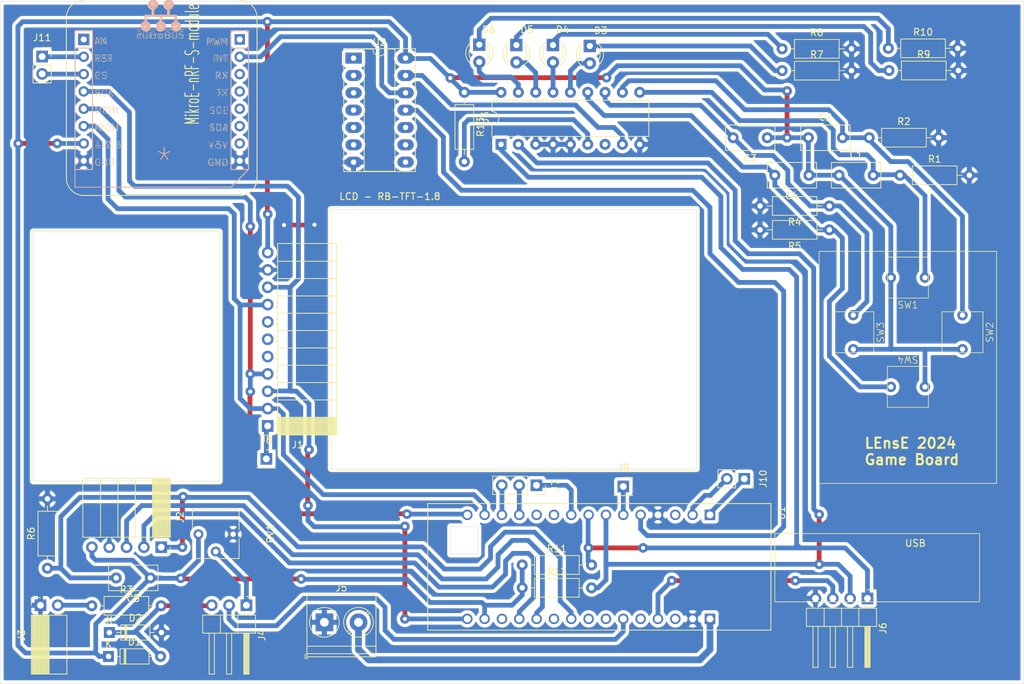
<source format=kicad_pcb>
(kicad_pcb (version 20240108) (generator "pcbnew") (generator_version "8.0")
  (layers (0 "F.Cu" signal) (31 "B.Cu" signal) (34 "B.Paste" user) (35 "F.Paste" user) (36 "B.SilkS" user "B.Silkscreen") (37 "F.SilkS" user "F.Silkscreen") (38 "B.Mask" user) (39 "F.Mask" user) (44 "Edge.Cuts" user))
  (net 0 "")
  (net 1 "GND")
  (net 2 "SW1")
  (net 3 "SW2")
  (net 4 "SW3")
  (net 5 "SW4")
  (net 6 "3.3V")
  (net 12 "nRF_INT")
  (net 13 "nRF_RS")
  (net 14 "MISO")
  (net 15 "MOSI")
  (net 16 "nRF_CS")
  (net 19 "SCK")
  (net 20 "LED1")
  (net 21 "Net-(D3-K)")
  (net 22 "LED2")
  (net 23 "Net-(D4-K)")
  (net 24 "LED3")
  (net 25 "Net-(D6-K)")
  (net 26 "LED4")
  (net 27 "LCD_DC")
  (net 28 "LCD_RES")
  (net 29 "SD_CS")
  (net 30 "LCD_CS")
  (net 31 "JOYY")
  (net 32 "JOYSW")
  (net 33 "JOYX")
  (net 34 "AN_IN")
  (net 35 "AN_OUT")
  (net 36 "POT_OUT")
  (net 37 "Net-(D5-K)")
  (net 38 "Vin")
  (net 39 "5V")
  (net 40 "SCL")
  (net 41 "SDA")
  (net 42 "Net-(U3-~{RESET})")
  (net 43 "EX_nRF_INT")
  (net 44 "EXP_INT")
  (net 46 "Net-(J3-Pin_2)")
  (net 56 "LCD_RES_t")
  (net 57 "LCD_CS_t")
  (net 58 "LCD_DC_t")
  (net 59 "SD_CS_t")
  (net 60 "nRF_CS_t")
  (net 61 "nRF_RS_t")
  (footprint "Resistor_THT:R_Axial_DIN0207_L6.3mm_D2.5mm_P10.16mm_Horizontal" (layer "F.Cu") (at 262.14 70.4)
    (property "Reference" "R10")
    (property "Value" "100")
  )
  (footprint "Connector_PinSocket_2.54mm:PinSocket_1x03_P2.54mm_Vertical" (layer "F.Cu") (at 210.575 134.425 -90)
    (property "Reference" "J7")
    (property "Value" "LCD_TEMp")
  )
  (footprint "Connector_PinHeader_2.54mm:PinHeader_1x04_P2.54mm_Horizontal" (layer "F.Cu") (at 259.08 151 -90)
    (property "Reference" "J6")
    (property "Value" "I2C_EXT")
  )
  (footprint "Potentiometer_THT:Potentiometer_Vishay_T73YP_Vertical" (layer "F.Cu") (at 161.05 141.6 -90)
    (property "Reference" "RV1")
    (property "Value" "R_10k")
  )
  (footprint "Diode_THT:D_DO-35_SOD27_P7.62mm_Horizontal" (layer "F.Cu") (at 148 156)
    (property "Reference" "D2")
    (property "Value" "D")
  )
  (footprint "Capacitor_THT:C_Rect_L7.0mm_W3.5mm_P5.00mm" (layer "F.Cu") (at 154 148 180)
    (property "Reference" "C5")
    (property "Value" "10nF")
  )
  (footprint "Capacitor_THT:C_Rect_L7.0mm_W3.5mm_P5.00mm" (layer "F.Cu") (at 250.5 89 180)
    (property "Reference" "C4")
    (property "Value" "10nF")
  )
  (footprint "Resistor_THT:R_Axial_DIN0207_L6.3mm_D2.5mm_P10.16mm_Horizontal" (layer "F.Cu") (at 246.575 70.475)
    (property "Reference" "R8")
    (property "Value" "100")
  )
  (footprint "Resistor_THT:R_Axial_DIN0207_L6.3mm_D2.5mm_P10.16mm_Horizontal" (layer "F.Cu") (at 145.42 152.08)
    (property "Reference" "R3")
    (property "Value" "1.2k")
  )
  (footprint "Package_DIP:DIP-18_W7.62mm" (layer "F.Cu") (at 205.39 84.47 90)
    (property "Reference" "U3")
    (property "Value" "MCP23008-xP")
  )
  (footprint "LEnsE_devices:Switch" (layer "F.Cu") (at 261.5 112 90)
    (property "Reference" "SW3")
    (property "Value" "SW_Push")
  )
  (footprint "Resistor_THT:R_Axial_DIN0207_L6.3mm_D2.5mm_P10.16mm_Horizontal" (layer "F.Cu") (at 208.49 149.45)
    (property "Reference" "R12")
    (property "Value" "680")
  )
  (footprint "Connector_PinSocket_2.54mm:PinSocket_1x01_P2.54mm_Vertical" (layer "F.Cu") (at 223.3 134.6)
    (property "Reference" "J9")
    (property "Value" "SD_CS_t1")
  )
  (footprint "LEnsE_devices:Switch" (layer "F.Cu") (at 277.5 112 90)
    (property "Reference" "SW2")
    (property "Value" "SW_Push")
  )
  (footprint "Resistor_THT:R_Axial_DIN0207_L6.3mm_D2.5mm_P10.16mm_Horizontal" (layer "F.Cu") (at 246.575 73.675)
    (property "Reference" "R7")
    (property "Value" "100")
  )
  (footprint "LED_THT:LED_D3.0mm_Clear" (layer "F.Cu") (at 207.635 69.92 -90)
    (property "Reference" "D5")
    (property "Value" "LED")
  )
  (footprint "Diode_THT:D_DO-35_SOD27_P7.62mm_Horizontal" (layer "F.Cu") (at 147.88 159.5)
    (property "Reference" "D1")
    (property "Value" "D")
  )
  (footprint "Connector_PinSocket_2.54mm:PinSocket_1x11_P2.54mm_Horizontal" (layer "F.Cu") (at 171.2 125.73 180)
    (property "Reference" "J1")
    (property "Value" "TFT-RB1.8")
  )
  (footprint "Connector_PinSocket_2.54mm:PinSocket_1x01_P2.54mm_Vertical" (layer "F.Cu") (at 171 130.55)
    (property "Reference" "J8")
    (property "Value" "SD_CS_t1")
  )
  (footprint "Connector_PinSocket_2.54mm:PinSocket_1x02_P2.54mm_Vertical" (layer "F.Cu") (at 241.025 133.475 -90)
    (property "Reference" "J10")
    (property "Value" "nRF_temp1")
  )
  (footprint "Resistor_THT:R_Axial_DIN0207_L6.3mm_D2.5mm_P10.16mm_Horizontal" (layer "F.Cu") (at 253.5 97 180)
    (property "Reference" "R5")
    (property "Value" "12k")
  )
  (footprint "Resistor_THT:R_Axial_DIN0207_L6.3mm_D2.5mm_P10.16mm_Horizontal" (layer "F.Cu") (at 262.24 73.65)
    (property "Reference" "R9")
    (property "Value" "100")
  )
  (footprint "Resistor_THT:R_Axial_DIN0207_L6.3mm_D2.5mm_P10.16mm_Horizontal" (layer "F.Cu") (at 208.49 146.1)
    (property "Reference" "R11")
    (property "Value" "680")
  )
  (footprint "Capacitor_THT:C_Rect_L7.0mm_W3.5mm_P5.00mm" (layer "F.Cu") (at 250.42 83.5)
    (property "Reference" "C2")
    (property "Value" "10nF")
  )
  (footprint "Connector_PinSocket_2.54mm:PinSocket_1x02_P2.54mm_Horizontal" (layer "F.Cu") (at 137.9 152 90)
    (property "Reference" "J3")
    (property "Value" "AnalogIn")
  )
  (footprint "Resistor_THT:R_Axial_DIN0207_L6.3mm_D2.5mm_P10.16mm_Horizontal" (layer "F.Cu") (at 138.92 146.58 90)
    (property "Reference" "R6")
    (property "Value" "12k")
  )
  (footprint "Resistor_THT:R_Axial_DIN0207_L6.3mm_D2.5mm_P10.16mm_Horizontal" (layer "F.Cu") (at 263.84 89)
    (property "Reference" "R1")
    (property "Value" "12k")
  )
  (footprint "Resistor_THT:R_Axial_DIN0207_L6.3mm_D2.5mm_P10.16mm_Horizontal" (layer "F.Cu") (at 253.5 93.5 180)
    (property "Reference" "R4")
    (property "Value" "12k")
  )
  (footprint "Resistor_THT:R_Axial_DIN0207_L6.3mm_D2.5mm_P10.16mm_Horizontal" (layer "F.Cu") (at 200.01 76.85 -90)
    (property "Reference" "R13")
    (property "Value" "680")
  )
  (footprint "LEnsE_devices:Switch" (layer "F.Cu") (at 265 115.5 180)
    (property "Reference" "SW4")
    (property "Value" "SW_Push")
  )
  (footprint "LED_THT:LED_D3.0mm_Clear" (layer "F.Cu") (at 202.2 69.86 -90)
    (property "Reference" "D6")
    (property "Value" "LED")
  )
  (footprint "Resistor_THT:R_Axial_DIN0207_L6.3mm_D2.5mm_P10.16mm_Horizontal" (layer "F.Cu") (at 259.34 83.5)
    (property "Reference" "R2")
    (property "Value" "12k")
  )
  (footprint "Package_DIP:DIP-14_W7.62mm_Socket_LongPads" (layer "F.Cu") (at 183.78 71.84)
    (property "Reference" "U2")
    (property "Value" "4071")
  )
  (footprint "Connector_PinSocket_2.54mm:PinSocket_1x02_P2.54mm_Vertical" (layer "F.Cu") (at 138.15 71.61)
    (property "Reference" "J11")
    (property "Value" "nRF_temp2")
  )
  (footprint "Connector_PinSocket_2.54mm:PinSocket_1x05_P2.54mm_Horizontal" (layer "F.Cu") (at 155.6 143.5 -90)
    (property "Reference" "J2")
    (property "Value" "JOYSTICK")
  )
  (footprint "LEnsE_devices:Switch" (layer "F.Cu") (at 265 108.5)
    (property "Reference" "SW1")
    (property "Value" "SW_Push")
  )
  (footprint "LED_THT:LED_D3.0mm_Clear" (layer "F.Cu") (at 213 69.92 -90)
    (property "Reference" "D4")
    (property "Value" "LED")
  )
  (footprint "TerminalBlock_Phoenix:TerminalBlock_Phoenix_PT-1,5-2-5.0-H_1x02_P5.00mm_Horizontal" (layer "F.Cu") (at 179.5 154.5)
    (property "Reference" "J5")
    (property "Value" "Conn_01x02")
  )
  (footprint "LED_THT:LED_D3.0mm_Clear" (layer "F.Cu") (at 218.4 70.06 -90)
    (property "Reference" "D3")
    (property "Value" "LED")
  )
  (footprint "Capacitor_THT:C_Rect_L7.0mm_W3.5mm_P5.00mm" (layer "F.Cu") (at 254.92 89)
    (property "Reference" "C1")
    (property "Value" "10nF")
  )
  (footprint "mikroBUS:MIKROBUS_HOST_CONN" (layer "F.Cu") (at 144.24 69.1)
    (property "Reference" "CON1" (hide yes))
    (property "Value" "MikroE-nRF-S-module")
  )
  (footprint "Connector_PinHeader_2.54mm:PinHeader_1x03_P2.54mm_Horizontal" (layer "F.Cu") (at 168.08 152 -90)
    (property "Reference" "J4")
    (property "Value" "AnalogChoice")
  )
  (footprint "Capacitor_THT:C_Rect_L7.0mm_W3.5mm_P5.00mm" (layer "F.Cu") (at 244.4 83.5 180)
    (property "Reference" "C3")
    (property "Value" "10nF")
  )
  (footprint "NUCLEO_L432KC:MODULE_NUCLEO-L432KC" (layer "F.Cu") (at 219.785 146.38 -90)
    (property "Reference" "U1")
    (property "Value" "NUCLEO-L432KC")
  )
  (gr_rect (start 245.5 141.5) (end 275.5 151.5) (stroke (width 0.1)) (fill none) (layer "F.SilkS"))
  (gr_rect (start 252 100.15) (end 278 134.15) (stroke (width 0.1)) (fill none) (layer "F.SilkS"))
  (gr_rect (start 180.15 93.65) (end 234.35 132.3) (stroke (width 0.1)) (fill none) (layer "F.SilkS"))
  (gr_rect (start 136.6 97.1) (end 164.4 134.2) (stroke (width 0.1)) (fill none) (layer "F.SilkS"))
  (gr_rect (start 132 63.5) (end 282 163.5) (stroke (width 0.05)) (fill none) (layer "Edge.Cuts"))
  (gr_rect (start 136.85 97.3) (end 164.1 133.8) (stroke (width 0.05)) (fill none) (layer "Edge.Cuts"))
  (gr_rect (start 198 140.5) (end 202 144.5) (stroke (width 0.05)) (fill none) (layer "Edge.Cuts"))
  (gr_rect (start 180.5 94) (end 234 132) (stroke (width 0.05)) (fill none) (layer "Edge.Cuts"))
  (gr_text "USB" (at 264.5 143.5 0) (layer "F.SilkS") (effects (font (size 1 1)) (justify left bottom)))
  (gr_text "LEnsE 2024\nGame Board" (at 258.5 131.55 0) (layer "F.SilkS") (effects (font (size 1.5 1.5) (thickness 0.3) (bold yes)) (justify left bottom)))
  (gr_text "LCD - RB-TFT-1.8" (at 181.6 92.7 0) (layer "F.SilkS") (effects (font (size 1 1)) (justify left bottom)))
  (segment (start 173.6 96.3) (end 178 96.3) (width 0.7) (layer "F.Cu") (net 1))
  (segment (start 178 96.3) (end 178.05 96.25) (width 0.7) (layer "F.Cu") (net 1))
  (via (at 178.05 96.25) (size 1.4) (drill 0.6) (layers "F.Cu" "B.Cu") (net 1))
  (via (at 173.6 96.3) (size 1.4) (drill 0.6) (layers "F.Cu" "B.Cu") (net 1))
  (segment (start 171.2 102.87) (end 172.68 102.87) (width 0.7) (layer "B.Cu") (net 1))
  (segment (start 178.05 89.05) (end 180.02 87.08) (width 0.7) (layer "B.Cu") (net 1))
  (segment (start 172.68 102.87) (end 173.6 101.95) (width 0.7) (layer "B.Cu") (net 1))
  (segment (start 180.02 87.08) (end 183.78 87.08) (width 0.7) (layer "B.Cu") (net 1))
  (segment (start 148.1 143.38) (end 147.98 143.5) (width 0.7) (layer "B.Cu") (net 1))
  (segment (start 173.6 101.95) (end 173.6 96.3) (width 0.7) (layer "B.Cu") (net 1))
  (segment (start 178.05 96.25) (end 178.05 89.05) (width 0.7) (layer "B.Cu") (net 1))
  (segment (start 252.7 81) (end 254.07 82.37) (width 0.7) (layer "B.Cu") (net 2))
  (segment (start 240.4 81) (end 252.7 81) (width 0.7) (layer "B.Cu") (net 2))
  (segment (start 254.07 85.07) (end 255 86) (width 0.7) (layer "B.Cu") (net 2))
  (segment (start 263.76 88.92) (end 263.84 89) (width 0.7) (layer "B.Cu") (net 2))
  (segment (start 259.84 88.92) (end 263.76 88.92) (width 0.7) (layer "B.Cu") (net 2))
  (segment (start 236.25 76.85) (end 239.28 79.88) (width 0.7) (layer "B.Cu") (net 2))
  (segment (start 239.28 79.88) (end 240.4 81) (width 0.7) (layer "B.Cu") (net 2))
  (segment (start 225.71 76.85) (end 236.25 76.85) (width 0.7) (layer "B.Cu") (net 2))
  (segment (start 255 86) (end 259 86) (width 0.7) (layer "B.Cu") (net 2))
  (segment (start 267.5 92) (end 267.5 104) (width 0.7) (layer "B.Cu") (net 2))
  (segment (start 254.07 82.37) (end 254.07 85.07) (width 0.7) (layer "B.Cu") (net 2))
  (segment (start 259 86) (end 259.92 86.92) (width 0.7) (layer "B.Cu") (net 2))
  (segment (start 263.84 89) (end 264.5 89) (width 0.7) (layer "B.Cu") (net 2))
  (segment (start 259.92 86.92) (end 259.92 89) (width 0.7) (layer "B.Cu") (net 2))
  (segment (start 264.5 89) (end 267.5 92) (width 0.7) (layer "B.Cu") (net 2))
  (segment (start 273 95) (end 273 109.5) (width 0.7) (layer "B.Cu") (net 3))
  (segment (start 223.17 76.09) (end 224.11 75.15) (width 0.7) (layer "B.Cu") (net 3))
  (segment (start 224.11 75.15) (end 236.85 75.15) (width 0.7) (layer "B.Cu") (net 3))
  (segment (start 262.5 87) (end 265 87) (width 0.7) (layer "B.Cu") (net 3))
  (segment (start 253.4 79.4) (end 255.42 81.42) (width 0.7) (layer "B.Cu") (net 3))
  (segment (start 255.42 83.5) (end 259.34 83.5) (width 0.7) (layer "B.Cu") (net 3))
  (segment (start 255.42 81.42) (end 255.42 83.5) (width 0.7) (layer "B.Cu") (net 3))
  (segment (start 223.17 76.93) (end 223.17 76.09) (width 0.7) (layer "B.Cu") (net 3))
  (segment (start 236.85 75.15) (end 241.1 79.4) (width 0.7) (layer "B.Cu") (net 3))
  (segment (start 259.34 83.5) (end 259.34 83.84) (width 0.7) (layer "B.Cu") (net 3))
  (segment (start 241.1 79.4) (end 253.4 79.4) (width 0.7) (layer "B.Cu") (net 3))
  (segment (start 265 87) (end 273 95) (width 0.7) (layer "B.Cu") (net 3))
  (segment (start 259.34 83.84) (end 262.5 87) (width 0.7) (layer "B.Cu") (net 3))
  (segment (start 253.5 93.5) (end 250.7 93.5) (width 0.7) (layer "B.Cu") (net 4))
  (segment (start 250.7 93.5) (end 247.4 90.2) (width 0.7) (layer "B.Cu") (net 4))
  (segment (start 247.4 90.2) (end 247.4 88.295406) (width 0.7) (layer "B.Cu") (net 4))
  (segment (start 245.204594 86.1) (end 242 86.1) (width 0.7) (layer "B.Cu") (net 4))
  (segment (start 220.63 76.93) (end 220.63 77.97) (width 0.7) (layer "B.Cu") (net 4))
  (segment (start 257 109.5) (end 259 107.5) (width 0.7) (layer "B.Cu") (net 4))
  (segment (start 247.4 88.295406) (end 245.204594 86.1) (width 0.7) (layer "B.Cu") (net 4))
  (segment (start 259 97.5) (end 255 93.5) (width 0.7) (layer "B.Cu") (net 4))
  (segment (start 259 107.5) (end 259 97.5) (width 0.7) (layer "B.Cu") (net 4))
  (segment (start 234.65 78.75) (end 239.4 83.5) (width 0.7) (layer "B.Cu") (net 4))
  (segment (start 220.63 77.97) (end 221.41 78.75) (width 0.7) (layer "B.Cu") (net 4))
  (segment (start 255 93.5) (end 253.5 93.5) (width 0.7) (layer "B.Cu") (net 4))
  (segment (start 221.41 78.75) (end 234.65 78.75) (width 0.7) (layer "B.Cu") (net 4))
  (segment (start 242 86.1) (end 239.4 83.5) (width 0.7) (layer "B.Cu") (net 4))
  (segment (start 218.09 76.93) (end 218.09 77.83) (width 0.7) (layer "B.Cu") (net 5))
  (segment (start 253.5 115.5) (end 253.5 107.5) (width 0.7) (layer "B.Cu") (net 5))
  (segment (start 252 97) (end 253.5 97) (width 0.7) (layer "B.Cu") (net 5))
  (segment (start 245.5 89) (end 245.5 90.5) (width 0.7) (layer "B.Cu") (net 5))
  (segment (start 233.25 80.25) (end 240.8 87.8) (width 0.7) (layer "B.Cu") (net 5))
  (segment (start 254.2 97) (end 253.5 97) (width 0.7) (layer "B.Cu") (net 5))
  (segment (start 255.4 105.6) (end 255.4 98.2) (width 0.7) (layer "B.Cu") (net 5))
  (segment (start 245.5 90.5) (end 252 97) (width 0.7) (layer "B.Cu") (net 5))
  (segment (start 253.5 107.5) (end 255.4 105.6) (width 0.7) (layer "B.Cu") (net 5))
  (segment (start 258 120) (end 253.5 115.5) (width 0.7) (layer "B.Cu") (net 5))
  (segment (start 218.09 77.83) (end 220.51 80.25) (width 0.7) (layer "B.Cu") (net 5))
  (segment (start 255.4 98.2) (end 254.2 97) (width 0.7) (layer "B.Cu") (net 5))
  (segment (start 244.3 87.8) (end 245.5 89) (width 0.7) (layer "B.Cu") (net 5))
  (segment (start 240.8 87.8) (end 244.3 87.8) (width 0.7) (layer "B.Cu") (net 5))
  (segment (start 262.5 120) (end 258 120) (width 0.7) (layer "B.Cu") (net 5))
  (segment (start 220.51 80.25) (end 233.25 80.25) (width 0.7) (layer "B.Cu") (net 5))
  (segment (start 171.15 94.65) (end 171.15 66.5) (width 0.7) (layer "F.Cu") (net 6))
  (segment (start 220.85 74.7) (end 198 74.7) (width 0.7) (layer "F.Cu") (net 6))
  (segment (start 247.3 76.65) (end 247.3 83.5) (width 0.7) (layer "F.Cu") (net 6))
  (segment (start 198 74.7) (end 197.95 74.75) (width 0.7) (layer "F.Cu") (net 6))
  (segment (start 134.64 84.34) (end 140.35 84.34) (width 0.7) (layer "F.Cu") (net 6))
  (segment (start 158.55 148.15) (end 158.45 148.05) (width 0.7) (layer "F.Cu") (net 6))
  (segment (start 176.1 148.15) (end 158.55 148.15) (width 0.7) (layer "F.Cu") (net 6))
  (segment (start 171.2 94.7) (end 171.15 94.65) (width 0.7) (layer "F.Cu") (net 6))
  (via (at 220.85 74.7) (size 1.4) (drill 0.6) (layers "F.Cu" "B.Cu") (net 6))
  (via (at 158.45 148.05) (size 1.4) (drill 0.6) (layers "F.Cu" "B.Cu") (net 6))
  (via (at 171.2 94.7) (size 1.4) (drill 0.6) (layers "F.Cu" "B.Cu") (net 6))
  (via (at 247.3 83.5) (size 1.4) (drill 0.6) (layers "F.Cu" "B.Cu") (net 6))
  (via (at 140.35 84.34) (size 1.4) (drill 0.6) (layers "F.Cu" "B.Cu") (net 6))
  (via (at 171.15 66.5) (size 1.4) (drill 0.6) (layers "F.Cu" "B.Cu") (net 6))
  (via (at 176.1 148.15) (size 1.4) (drill 0.6) (layers "F.Cu" "B.Cu") (net 6))
  (via (at 247.3 76.65) (size 1.4) (drill 0.6) (layers "F.Cu" "B.Cu") (net 6))
  (via (at 134.64 84.34) (size 1.4) (drill 0.6) (layers "F.Cu" "B.Cu") (net 6))
  (via (at 197.95 74.75) (size 1.4) (drill 0.6) (layers "F.Cu" "B.Cu") (net 6))
  (segment (start 191.46 71.9) (end 195.05 71.9) (width 0.7) (layer "B.Cu") (net 6))
  (segment (start 208.49 149.45) (end 208.49 146.2) (width 0.7) (layer "B.Cu") (net 6))
  (segment (start 208.49 150.51) (end 208.49 149.45) (width 0.7) (layer "B.Cu") (net 6))
  (segment (start 262.5 96.5) (end 262.5 104) (width 0.7) (layer "B.Cu") (net 6))
  (segment (start 250.42 83.5) (end 244.4 83.5) (width 0.7) (layer "B.Cu") (net 6))
  (segment (start 171.2 94.7) (end 171.2 100.33) (width 0.7) (layer "B.Cu") (net 6))
  (segment (start 262.5 114.4) (end 262.5 104) (width 0.7) (layer "B.Cu") (net 6))
  (segment (start 135.3 66.5) (end 189 66.5) (width 0.7) (layer "B.Cu") (net 6))
  (segment (start 202.98 154) (end 202.98 152) (width 0.7) (layer "B.Cu") (net 6))
  (segment (start 202.98 152) (end 202.58 151.6) (width 0.7) (layer "B.Cu") (net 6))
  (segment (start 146 154.75) (end 147.25 153.5) (width 0.7) (layer "B.Cu") (net 6))
  (segment (start 247.3 76.65) (end 247.15 76.5) (width 0.7) (layer "B.Cu") (net 6))
  (segment (start 147.88 159.5) (end 146.5 159.5) (width 0.7) (layer "B.Cu") (net 6))
  (segment (start 202.58 151.6) (end 195 151.6) (width 0.7) (layer "B.Cu") (net 6))
  (segment (start 222.45 72.95) (end 220.75 74.65) (width 0.7) (layer "B.Cu") (net 6))
  (segment (start 220.8 74.65) (end 220.85 74.7) (width 0.7) (layer "B.Cu") (net 6))
  (segment (start 189 66.5) (end 191.4 68.9) (width 0.7) (layer "B.Cu") (net 6))
  (segment (start 195.05 71.9) (end 200 76.85) (width 0.7) (layer "B.Cu") (net 6))
  (segment (start 244 76.5) (end 240.45 72.95) (width 0.7) (layer "B.Cu") (net 6))
  (segment (start 207 152) (end 208.49 150.51) (width 0.7) (layer "B.Cu") (net 6))
  (segment (start 134.6 67.2) (end 135.3 66.5) (width 0.7) (layer "B.Cu") (net 6))
  (segment (start 151.4 145.4) (end 146 145.4) (width 0.7) (layer "B.Cu") (net 6))
  (segment (start 134.6 84.3) (end 134.6 67.2) (width 0.7) (layer "B.Cu") (net 6))
  (segment (start 195 151.6) (end 191.6 148.2) (width 0.7) (layer "B.Cu") (net 6))
  (segment (start 267.5 120) (end 267.5 114.5) (width 0.7) (layer "B.Cu") (net 6))
  (segment (start 250.42 88.92) (end 250.5 89) (width 0.7) (layer "B.Cu") (net 6))
  (segment (start 254.92 88.92) (end 262.5 96.5) (width 0.7) (layer "B.Cu") (net 6))
  (segment (start 154 148) (end 155.6 148) (width 0.7) (layer "B.Cu") (net 6))
  (segment (start 154.05 148.05) (end 154 148) (width 0.7) (layer "B.Cu") (net 6))
  (segment (start 140.35 84.34) (end 144.24 84.34) (width 0.7) (layer "B.Cu") (net 6))
  (segment (start 202.98 152) (end 207 152) (width 0.7) (layer "B.Cu") (net 6))
  (segment (start 191.4 68.9) (end 191.4 71.84) (width 0.7) (layer "B.Cu") (net 6))
  (segment (start 240.45 72.95) (end 222.45 72.95) (width 0.7) (layer "B.Cu") (net 6))
  (segment (start 148.5 153.5) (end 154 148) (width 0.7) (layer "B.Cu") (net 6))
  (segment (start 250.42 83.5) (end 250.42 88.92) (width 0.7) (layer "B.Cu") (net 6))
  (segment (start 158.45 148.05) (end 161.05 145.45) (width 0.7) (layer "B.Cu") (net 6))
  (segment (start 146.5 159.5) (end 146 159) (width 0.7) (layer "B.Cu") (net 6))
  (segment (start 250.5 89) (end 254.92 89) (width 0.7) (layer "B.Cu") (net 6))
  (segment (start 158.45 148.05) (end 154.05 148.05) (width 0.7) (layer "B.Cu") (net 6))
  (segment (start 262.6 114.5) (end 262.5 114.4) (width 0.7) (layer "B.Cu") (net 6))
  (segment (start 247.15 76.5) (end 244 76.5) (width 0.7) (layer "B.Cu") (net 6))
  (segment (start 191.6 148.2) (end 176.05 148.2) (width 0.7) (layer "B.Cu") (net 6))
  (segment (start 154 148) (end 151.4 145.4) (width 0.7) (layer "B.Cu") (net 6))
  (segment (start 146 159) (end 146 154.75) (width 0.7) (layer "B.Cu") (net 6))
  (segment (start 134.64 84.34) (end 134.6 84.3) (width 0.7) (layer "B.Cu") (net 6))
  (segment (start 176.05 148.2) (end 176.1 148.15) (width 0.7) (layer "B.Cu") (net 6))
  (segment (start 147.25 153.5) (end 148.5 153.5) (width 0.7) (layer "B.Cu") (net 6))
  (segment (start 145.44 144.84) (end 145.44 143.5) (width 0.7) (layer "B.Cu") (net 6))
  (segment (start 146 159) (end 135.7 159) (width 0.7) (layer "B.Cu") (net 6))
  (segment (start 191.4 71.84) (end 191.46 71.9) (width 0.7) (layer "B.Cu") (net 6))
  (segment (start 267.5 114.5) (end 262.6 114.5) (width 0.7) (layer "B.Cu") (net 6))
  (segment (start 257 114.5) (end 262.6 114.5) (width 0.7) (layer "B.Cu") (net 6))
  (segment (start 135.7 159) (end 134.6 157.9) (width 0.7) (layer "B.Cu") (net 6))
  (segment (start 134.6 157.9) (end 134.6 84.3) (width 0.7) (layer "B.Cu") (net 6))
  (segment (start 161.05 145.45) (end 161.05 141.6) (width 0.7) (layer "B.Cu") (net 6))
  (segment (start 267.5 114.5) (end 273 114.5) (width 0.7) (layer "B.Cu") (net 6))
  (segment (start 200.01 76.85) (end 205.39 76.85) (width 0.7) (layer "B.Cu") (net 6))
  (segment (start 220.75 74.65) (end 220.8 74.65) (width 0.7) (layer "B.Cu") (net 6))
  (segment (start 146 145.4) (end 145.44 144.84) (width 0.7) (layer "B.Cu") (net 6))
  (segment (start 200 76.85) (end 200.01 76.85) (width 0.7) (layer "B.Cu") (net 6))
  (segment (start 189.02 76.92) (end 191.4 76.92) (width 0.7) (layer "B.Cu") (net 12))
  (segment (start 170.16 71.64) (end 173.1 68.7) (width 0.7) (layer "B.Cu") (net 12))
  (segment (start 186.6 68.7) (end 187.9 70) (width 0.7) (layer "B.Cu") (net 12))
  (segment (start 173.1 68.7) (end 186.6 68.7) (width 0.7) (layer "B.Cu") (net 12))
  (segment (start 167.1 71.64) (end 170.16 71.64) (width 0.7) (layer "B.Cu") (net 12))
  (segment (start 187.9 70) (end 187.9 75.8) (width 0.7) (layer "B.Cu") (net 12))
  (segment (start 187.9 75.8) (end 189.02 76.92) (width 0.7) (layer "B.Cu") (net 12))
  (segment (start 144.24 71.64) (end 138.18 71.64) (width 0.7) (layer "B.Cu") (net 13))
  (segment (start 138.18 71.64) (end 138.15 71.61) (width 0.7) (layer "B.Cu") (net 13))
  (segment (start 191.55 138.6) (end 175.1 138.6) (width 0.7) (layer "F.Cu") (net 14))
  (segment (start 191.6 138.65) (end 191.55 138.6) (width 0.7) (layer "F.Cu") (net 14))
  (segment (start 168.6 132.1) (end 168.6 120.75) (width 0.7) (layer "F.Cu") (net 14))
  (segment (start 175.1 138.6) (end 168.6 132.1) (width 0.7) (layer "F.Cu") (net 14))
  (segment (start 168.65 118.11) (end 168.65 96.5) (width 0.7) (layer "F.Cu") (net 14))
  (segment (start 168.6 120.75) (end 168.65 120.7) (width 0.7) (layer "F.Cu") (net 14))
  (via (at 168.65 118.11) (size 1.4) (drill 0.6) (layers "F.Cu" "B.Cu") (net 14))
  (via (at 191.6 138.65) (size 1.4) (drill 0.6) (layers "F.Cu" "B.Cu") (net 14))
  (via (at 168.65 96.5) (size 1.4) (drill 0.6) (layers "F.Cu" "B.Cu") (net 14))
  (via (at 168.65 120.7) (size 1.4) (drill 0.6) (layers "F.Cu" "B.Cu") (net 14))
  (segment (start 144.24 79.26) (end 146.56 79.26) (width 0.7) (layer "B.Cu") (net 14))
  (segment (start 149.4 91.25) (end 150.35 92.2) (width 0.7) (layer "B.Cu") (net 14))
  (segment (start 200.33 138.65) (end 200.44 138.76) (width 0.7) (layer "B.Cu") (net 14))
  (segment (start 168.65 120.7) (end 168.65 118.11) (width 0.7) (layer "B.Cu") (net 14))
  (segment (start 168.65 92.95) (end 168.65 96.5) (width 0.7) (layer "B.Cu") (net 14))
  (segment (start 191.6 138.65) (end 200.33 138.65) (width 0.7) (layer "B.Cu") (net 14))
  (segment (start 150.35 92.2) (end 167.9 92.2) (width 0.7) (layer "B.Cu") (net 14))
  (segment (start 167.9 92.2) (end 168.65 92.95) (width 0.7) (layer "B.Cu") (net 14))
  (segment (start 146.56 79.26) (end 149.4 82.1) (width 0.7) (layer "B.Cu") (net 14))
  (segment (start 168.65 118.11) (end 171.2 118.11) (width 0.7) (layer "B.Cu") (net 14))
  (segment (start 149.4 82.1) (end 149.4 91.25) (width 0.7) (layer "B.Cu") (net 14))
  (segment (start 173.5 124.01) (end 173.5 129.95) (width 0.7) (layer "B.Cu") (net 15))
  (segment (start 173.5 129.95) (end 179.35 135.8) (width 0.7) (layer "B.Cu") (net 15))
  (segment (start 147.8 83.7) (end 147.8 92.5) (width 0.7) (layer "B.Cu") (net 15))
  (segment (start 202.98 137.38) (end 202.98 138.76) (width 0.7) (layer "B.Cu") (net 15))
  (segment (start 167.2 108) (end 167.15 107.95) (width 0.7) (layer "B.Cu") (net 15))
  (segment (start 201.4 135.8) (end 202.98 137.38) (width 0.7) (layer "B.Cu") (net 15))
  (segment (start 168.64 123.19) (end 171.2 123.19) (width 0.7) (layer "B.Cu") (net 15))
  (segment (start 165.5 93.9) (end 166.3 94.7) (width 0.7) (layer "B.Cu") (net 15))
  (segment (start 166.3 94.7) (end 166.3 107.1) (width 0.7) (layer "B.Cu") (net 15))
  (segment (start 166.3 107.1) (end 167.15 107.95) (width 0.7) (layer "B.Cu") (net 15))
  (segment (start 147.8 92.5) (end 149.2 93.9) (width 0.7) (layer "B.Cu") (net 15))
  (segment (start 167.15 121.7) (end 168.64 123.19) (width 0.7) (layer "B.Cu") (net 15))
  (segment (start 179.35 135.8) (end 201.4 135.8) (width 0.7) (layer "B.Cu") (net 15))
  (segment (start 172.68 123.19) (end 173.5 124.01) (width 0.7) (layer "B.Cu") (net 15))
  (segment (start 149.2 93.9) (end 165.5 93.9) (width 0.7) (layer "B.Cu") (net 15))
  (segment (start 167.15 107.95) (end 167.15 121.7) (width 0.7) (layer "B.Cu") (net 15))
  (segment (start 144.24 81.8) (end 145.9 81.8) (width 0.7) (layer "B.Cu") (net 15))
  (segment (start 171.2 107.95) (end 171.15 108) (width 0.7) (layer "B.Cu") (net 15))
  (segment (start 145.9 81.8) (end 147.8 83.7) (width 0.7) (layer "B.Cu") (net 15))
  (segment (start 171.2 123.19) (end 172.68 123.19) (width 0.7) (layer "B.Cu") (net 15))
  (segment (start 171.15 108) (end 167.2 108) (width 0.7) (layer "B.Cu") (net 15))
  (segment (start 138.18 74.18) (end 138.15 74.15) (width 0.7) (layer "B.Cu") (net 16))
  (segment (start 144.24 74.18) (end 138.18 74.18) (width 0.7) (layer "B.Cu") (net 16))
  (segment (start 177.05 137.35) (end 177.1 137.4) (width 0.7) (layer "F.Cu") (net 19))
  (segment (start 191.3 154) (end 191.3 140.45) (width 0.7) (layer "F.Cu") (net 19))
  (segment (start 177.05 129.4) (end 177.05 137.35) (width 0.7) (layer "F.Cu") (net 19))
  (segment (start 177.25 129.2) (end 177.05 129.4) (width 0.7) (layer "F.Cu") (net 19))
  (via (at 177.1 137.4) (size 1.4) (drill 0.6) (layers "F.Cu" "B.Cu") (net 19))
  (via (at 191.3 140.45) (size 1.4) (drill 0.6) (layers "F.Cu" "B.Cu") (net 19))
  (via (at 191.3 154) (size 1.4) (drill 0.6) (layers "F.Cu" "B.Cu") (net 19))
  (via (at 177.25 129.2) (size 1.4) (drill 0.6) (layers "F.Cu" "B.Cu") (net 19))
  (segment (start 177.25 122.5) (end 175.39 120.64) (width 0.7) (layer "B.Cu") (net 19))
  (segment (start 175.39 120.64) (end 174.49 120.64) (width 0.7) (layer "B.Cu") (net 19))
  (segment (start 171.25 120.6) (end 171.2 120.65) (width 0.7) (layer "B.Cu") (net 19))
  (segment (start 151.7 90.6) (end 174.1 90.6) (width 0.7) (layer "B.Cu") (net 19))
  (segment (start 177.25 129.2) (end 177.25 122.5) (width 0.7) (layer "B.Cu") (net 19))
  (segment (start 174.45 120.6) (end 171.25 120.6) (width 0.7) (layer "B.Cu") (net 19))
  (segment (start 174.49 105.41) (end 171.2 105.41) (width 0.7) (layer "B.Cu") (net 19))
  (segment (start 175.7 104.2) (end 174.49 105.41) (width 0.7) (layer "B.Cu") (net 19))
  (segment (start 175.7 92.2) (end 175.7 104.2) (width 0.7) (layer "B.Cu") (net 19))
  (segment (start 191.25 140.5) (end 191.3 140.45) (width 0.7) (layer "B.Cu") (net 19))
  (segment (start 174.1 90.6) (end 175.7 92.2) (width 0.7) (layer "B.Cu") (net 19))
  (segment (start 177.1 139.6) (end 178 140.5) (width 0.7) (layer "B.Cu") (net 19))
  (segment (start 174.49 120.64) (end 174.45 120.6) (width 0.7) (layer "B.Cu") (net 19))
  (segment (start 147.87 76.72) (end 150.95 79.8) (width 0.7) (layer "B.Cu") (net 19))
  (segment (start 178 140.5) (end 191.25 140.5) (width 0.7) (layer "B.Cu") (net 19))
  (segment (start 150.95 89.85) (end 151.7 90.6) (width 0.7) (layer "B.Cu") (net 19))
  (segment (start 144.24 76.72) (end 147.87 76.72) (width 0.7) (layer "B.Cu") (net 19))
  (segment (start 200.44 154) (end 191.3 154) (width 0.7) (layer "B.Cu") (net 19))
  (segment (start 150.95 79.8) (end 150.95 89.85) (width 0.7) (layer "B.Cu") (net 19))
  (segment (start 174.49 105.41) (end 174.49 120.64) (width 0.7) (layer "B.Cu") (net 19))
  (segment (start 177.1 137.4) (end 177.1 139.6) (width 0.7) (layer "B.Cu") (net 19))
  (segment (start 216.65 72.6) (end 218.4 72.6) (width 0.7) (layer "B.Cu") (net 20))
  (segment (start 215.55 76.85) (end 215.55 73.7) (width 0.7) (layer "B.Cu") (net 20))
  (segment (start 215.55 73.7) (end 216.65 72.6) (width 0.7) (layer "B.Cu") (net 20))
  (segment (start 218.4 70.06) (end 241.91 70.06) (width 0.7) (layer "B.Cu") (net 21))
  (segment (start 241.91 70.06) (end 245.525 73.675) (width 0.7) (layer "B.Cu") (net 21))
  (segment (start 245.525 73.675) (end 246.575 73.675) (width 0.7) (layer "B.Cu") (net 21))
  (segment (start 213.01 72.47) (end 213 72.46) (width 0.7) (layer "B.Cu") (net 22))
  (segment (start 213.01 76.85) (end 213.01 72.47) (width 0.7) (layer "B.Cu") (net 22))
  (segment (start 213 69.4) (end 214.05 68.35) (width 0.7) (layer "B.Cu") (net 23))
  (segment (start 246.575 70.425) (end 246.575 70.475) (width 0.7) (layer "B.Cu") (net 23))
  (segment (start 244.5 68.35) (end 246.575 70.425) (width 0.7) (layer "B.Cu") (net 23))
  (segment (start 214.05 68.35) (end 244.5 68.35) (width 0.7) (layer "B.Cu") (net 23))
  (segment (start 210.47 73.97) (end 210.47 76.85) (width 0.7) (layer "B.Cu") (net 24))
  (segment (start 208.96 72.46) (end 210.47 73.97) (width 0.7) (layer "B.Cu") (net 24))
  (segment (start 207.635 72.46) (end 208.96 72.46) (width 0.7) (layer "B.Cu") (net 24))
  (segment (start 203.9 66) (end 202.2 67.7) (width 0.7) (layer "B.Cu") (net 25))
  (segment (start 260.6 66) (end 203.9 66) (width 0.7) (layer "B.Cu") (net 25))
  (segment (start 262.14 67.54) (end 260.6 66) (width 0.7) (layer "B.Cu") (net 25))
  (segment (start 262.14 70.4) (end 262.14 67.54) (width 0.7) (layer "B.Cu") (net 25))
  (segment (start 202.2 67.7) (end 202.2 69.86) (width 0.7) (layer "B.Cu") (net 25))
  (segment (start 202.2 73.85) (end 202.95 74.6) (width 0.7) (layer "B.Cu") (net 26))
  (segment (start 206.85 74.6) (end 207.93 75.68) (width 0.7) (layer "B.Cu") (net 26))
  (segment (start 202.95 74.6) (end 206.85 74.6) (width 0.7) (layer "B.Cu") (net 26))
  (segment (start 202.2 72.4) (end 202.2 73.85) (width 0.7) (layer "B.Cu") (net 26))
  (segment (start 207.93 75.68) (end 207.93 76.85) (width 0.7) (layer "B.Cu") (net 26))
  (segment (start 171 125.93) (end 171.2 125.73) (width 0.7) (layer "B.Cu") (net 29))
  (segment (start 171 130.55) (end 171 125.93) (width 0.7) (layer "B.Cu") (net 29))
  (segment (start 154.8 138.6) (end 153.06 140.34) (width 0.7) (layer "B.Cu") (net 31))
  (segment (start 208.06 152.94) (end 210.15 150.85) (width 0.7) (layer "B.Cu") (net 31))
  (segment (start 206.05 145.5) (end 206.05 147.45) (width 0.7) (layer "B.Cu") (net 31))
  (segment (start 174.4 145.8) (end 167.2 138.6) (width 0.7) (layer "B.Cu") (net 31))
  (segment (start 210.15 145.15) (end 209.4 144.4) (width 0.7) (layer "B.Cu") (net 31))
  (segment (start 204.15 149.35) (end 196.3 149.35) (width 0.7) (layer "B.Cu") (net 31))
  (segment (start 207.15 144.4) (end 206.05 145.5) (width 0.7) (layer "B.Cu") (net 31))
  (segment (start 210.15 150.85) (end 210.15 145.15) (width 0.7) (layer "B.Cu") (net 31))
  (segment (start 206.05 147.45) (end 204.15 149.35) (width 0.7) (layer "B.Cu") (net 31))
  (segment (start 208.06 154) (end 208.06 152.94) (width 0.7) (layer "B.Cu") (net 31))
  (segment (start 196.3 149.35) (end 192.75 145.8) (width 0.7) (layer "B.Cu") (net 31))
  (segment (start 209.4 144.4) (end 207.15 144.4) (width 0.7) (layer "B.Cu") (net 31))
  (segment (start 167.2 138.6) (end 154.8 138.6) (width 0.7) (layer "B.Cu") (net 31))
  (segment (start 153.06 143.5) (end 153.06 140.34) (width 0.7) (layer "B.Cu") (net 31))
  (segment (start 192.75 145.8) (end 174.4 145.8) (width 0.7) (layer "B.Cu") (net 31))
  (segment (start 158.7 136.2) (end 158.8 136.1) (width 0.7) (layer "F.Cu") (net 32))
  (segment (start 158.7 143.5) (end 158.7 136.2) (width 0.7) (layer "F.Cu") (net 32))
  (via (at 158.7 143.5) (size 1.4) (drill 0.6) (layers "F.Cu" "B.Cu") (net 32))
  (via (at 158.8 136.1) (size 1.4) (drill 0.6) (layers "F.Cu" "B.Cu") (net 32))
  (via (at 158.7 143.5) (size 1.4) (drill 0.6) (layers "F.Cu" "B.Cu") (net 32))
  (segment (start 138.92 146.58) (end 140.8 146.58) (width 0.7) (layer "B.Cu") (net 32))
  (segment (start 203.85 143.4) (end 203.85 145.15) (width 0.7) (layer "B.Cu") (net 32))
  (segment (start 197.1 146.7) (end 193.85 143.45) (width 0.7) (layer "B.Cu") (net 32))
  (segment (start 215.68 153.03) (end 214.05 151.4) (width 0.7) (layer "B.Cu") (net 32))
  (segment (start 205.95 141.3) (end 203.85 143.4) (width 0.7) (layer "B.Cu") (net 32))
  (segment (start 210.3 141.3) (end 205.95 141.3) (width 0.7) (layer "B.Cu") (net 32))
  (segment (start 193.85 143.45) (end 175.6 143.45) (width 0.7) (layer "B.Cu") (net 32))
  (segment (start 155.6 143.5) (end 158.6 143.5) (width 0.7) (layer "B.Cu") (net 32))
  (segment (start 175.6 143.45) (end 168.35 136.2) (width 0.7) (layer "B.Cu") (net 32))
  (segment (start 215.68 154) (end 215.68 153.03) (width 0.7) (layer "B.Cu") (net 32))
  (segment (start 143.7 136.2) (end 140.88 139.02) (width 0.7) (layer "B.Cu") (net 32))
  (segment (start 140.88 146.58) (end 140.8 146.58) (width 0.7) (layer "B.Cu") (net 32))
  (segment (start 214.05 145.05) (end 210.3 141.3) (width 0.7) (layer "B.Cu") (net 32))
  (segment (start 158.6 143.5) (end 158.7 143.5) (width 0.7) (layer "B.Cu") (net 32))
  (segment (start 142.3 148) (end 140.88 146.58) (width 0.7) (layer "B.Cu") (net 32))
  (segment (start 140.88 139.02) (end 140.88 146.58) (width 0.7) (layer "B.Cu") (net 32))
  (segment (start 168.35 136.2) (end 143.7 136.2) (width 0.7) (layer "B.Cu") (net 32))
  (segment (start 202.3 146.7) (end 197.1 146.7) (width 0.7) (layer "B.Cu") (net 32))
  (segment (start 149 148) (end 142.3 148) (width 0.7) (layer "B.Cu") (net 32))
  (segment (start 203.85 145.15) (end 202.3 146.7) (width 0.7) (layer "B.Cu") (net 32))
  (segment (start 214.05 151.4) (end 214.05 145.05) (width 0.7) (layer "B.Cu") (net 32))
  (segment (start 204.95 144.6) (end 204.95 146.4) (width 0.7) (layer "B.Cu") (net 33))
  (segment (start 209.35 142.5) (end 207.05 142.5) (width 0.7) (layer "B.Cu") (net 33))
  (segment (start 211.45 144.6) (end 209.35 142.5) (width 0.7) (layer "B.Cu") (net 33))
  (segment (start 204.95 146.4) (end 203.2 148.15) (width 0.7) (layer "B.Cu") (net 33))
  (segment (start 150.52 139.63) (end 150.52 143.5) (width 0.7) (layer "B.Cu") (net 33))
  (segment (start 210.6 153.1) (end 211.45 152.25) (width 0.7) (layer "B.Cu") (net 33))
  (segment (start 207.05 142.5) (end 204.95 144.6) (width 0.7) (layer "B.Cu") (net 33))
  (segment (start 211.45 152.25) (end 211.45 144.6) (width 0.7) (layer "B.Cu") (net 33))
  (segment (start 210.6 154) (end 210.6 153.1) (width 0.7) (layer "B.Cu") (net 33))
  (segment (start 174.85 144.6) (end 167.65 137.4) (width 0.7) (layer "B.Cu") (net 33))
  (segment (start 193.2 144.6) (end 174.85 144.6) (width 0.7) (layer "B.Cu") (net 33))
  (segment (start 167.65 137.4) (end 152.75 137.4) (width 0.7) (layer "B.Cu") (net 33))
  (segment (start 152.75 137.4) (end 150.52 139.63) (width 0.7) (layer "B.Cu") (net 33))
  (segment (start 196.75 148.15) (end 193.2 144.6) (width 0.7) (layer "B.Cu") (net 33))
  (segment (start 203.2 148.15) (end 196.75 148.15) (width 0.7) (layer "B.Cu") (net 33))
  (segment (start 155.58 152.08) (end 162.92 152.08) (width 0.7) (layer "F.Cu") (net 34))
  (segment (start 148 156) (end 151.66 156) (width 0.7) (layer "B.Cu") (net 34))
  (segment (start 151.66 156) (end 152 156) (width 0.7) (layer "B.Cu") (net 34))
  (segment (start 152 156) (end 155.5 159.5) (width 0.7) (layer "B.Cu") (net 34))
  (segment (start 162.92 152.08) (end 163 152) (width 0.7) (layer "B.Cu") (net 34))
  (segment (start 151.66 156) (end 155.58 152.08) (width 0.7) (layer "B.Cu") (net 34))
  (segment (start 165.54 154.04) (end 166.5 155) (width 0.7) (layer "B.Cu") (net 35))
  (segment (start 176.5 151) (end 187.1 151) (width 0.7) (layer "B.Cu") (net 35))
  (segment (start 166.5 155) (end 172.5 155) (width 0.7) (layer "B.Cu") (net 35))
  (segment (start 188.4 152.3) (end 188.4 155.7) (width 0.7) (layer "B.Cu") (net 35))
  (segment (start 222.15 157) (end 223.3 155.85) (width 0.7) (layer "B.Cu") (net 35))
  (segment (start 188.4 155.7) (end 189.7 157) (width 0.7) (layer "B.Cu") (net 35))
  (segment (start 165.54 152) (end 165.54 154.04) (width 0.7) (layer "B.Cu") (net 35))
  (segment (start 223.3 155.85) (end 223.3 154) (width 0.7) (layer "B.Cu") (net 35))
  (segment (start 172.5 155) (end 176.5 151) (width 0.7) (layer "B.Cu") (net 35))
  (segment (start 189.7 157) (end 222.15 157) (width 0.7) (layer "B.Cu") (net 35))
  (segment (start 187.1 151) (end 188.4 152.3) (width 0.7) (layer "B.Cu") (net 35))
  (segment (start 163.59 144.14) (end 168.08 148.63) (width 0.7) (layer "B.Cu") (net 36))
  (segment (start 168.08 148.63) (end 168.08 152) (width 0.7) (layer "B.Cu") (net 36))
  (segment (start 259.55 68.2) (end 259.55 72.5) (width 0.7) (layer "B.Cu") (net 37))
  (segment (start 258.55 67.2) (end 259.55 68.2) (width 0.7) (layer "B.Cu") (net 37))
  (segment (start 207.635 69.92) (end 207.635 68.765) (width 0.7) (layer "B.Cu") (net 37))
  (segment (start 209.2 67.2) (end 258.55 67.2) (width 0.7) (layer "B.Cu") (net 37))
  (segment (start 207.635 68.765) (end 209.2 67.2) (width 0.7) (layer "B.Cu") (net 37))
  (segment (start 260.7 73.65) (end 262.24 73.65) (width 0.7) (layer "B.Cu") (net 37))
  (segment (start 259.55 72.5) (end 260.7 73.65) (width 0.7) (layer "B.Cu") (net 37))
  (segment (start 184.5 158.5) (end 186 160) (width 1) (layer "B.Cu") (net 38))
  (segment (start 184.5 154.5) (end 184.5 158.5) (width 1) (layer "B.Cu") (net 38))
  (segment (start 186 160) (end 234.5 160) (width 1) (layer "B.Cu") (net 38))
  (segment (start 236 158.5) (end 236 154) (width 1) (layer "B.Cu") (net 38))
  (segment (start 234.5 160) (end 236 158.5) (width 1) (layer "B.Cu") (net 38))
  (segment (start 248.5 148.4) (end 230.4 148.4) (width 0.7) (layer "F.Cu") (net 39))
  (via (at 248.5 148.4) (size 1.4) (drill 0.6) (layers "F.Cu" "B.Cu") (net 39))
  (via (at 230.4 148.4) (size 1.4) (drill 0.6) (layers "F.Cu" "B.Cu") (net 39))
  (segment (start 228.38 150.42) (end 228.38 154) (width 0.7) (layer "B.Cu") (net 39))
  (segment (start 254 151) (end 254 149.2) (width 0.7) (layer "B.Cu") (net 39))
  (segment (start 248.5 148.4) (end 253.2 148.4) (width 0.7) (layer "B.Cu") (net 39))
  (segment (start 230.4 148.4) (end 228.38 150.42) (width 0.7) (layer "B.Cu") (net 39))
  (segment (start 254 149.2) (end 253.2 148.4) (width 0.7) (layer "B.Cu") (net 39))
  (segment (start 226.2 143.6) (end 218.2 143.6) (width 0.7) (layer "F.Cu") (net 40))
  (via (at 226.2 143.6) (size 1.4) (drill 0.6) (layers "F.Cu" "B.Cu") (net 40))
  (via (at 218.2 143.6) (size 1.4) (drill 0.6) (layers "F.Cu" "B.Cu") (net 40))
  (segment (start 234.8 89.3) (end 237.6 92.1) (width 0.7) (layer "B.Cu") (net 40))
  (segment (start 255.8 143.6) (end 259.08 146.88) (width 0.7) (layer "B.Cu") (net 40))
  (segment (start 248.7 143.1) (end 249.2 143.6) (width 0.7) (layer "B.Cu") (net 40))
  (segment (start 205.39 84.47) (end 205.39 85.29) (width 0.7) (layer "B.Cu") (net 40))
  (segment (start 218.15 138.83) (end 218.15 145.6) (width 0.7) (layer "B.Cu") (net 40))
  (segment (start 248.7 103.9) (end 248.7 143.1) (width 0.7) (layer "B.Cu") (net 40))
  (segment (start 226.2 143.6) (end 249.2 143.6) (width 0.7) (layer "B.Cu") (net 40))
  (segment (start 218.15 145.6) (end 218.65 146.1) (width 0.7) (layer "B.Cu") (net 40))
  (segment (start 247.6 102.8) (end 248.7 103.9) (width 0.7) (layer "B.Cu") (net 40))
  (segment (start 251 143.6) (end 255.8 143.6) (width 0.7) (layer "B.Cu") (net 40))
  (segment (start 237.6 99.6) (end 240.8 102.8) (width 0.7) (layer "B.Cu") (net 40))
  (segment (start 205.39 85.29) (end 209.4 89.3) (width 0.7) (layer "B.Cu") (net 40))
  (segment (start 237.6 92.1) (end 237.6 99.6) (width 0.7) (layer "B.Cu") (net 40))
  (segment (start 209.4 89.3) (end 234.8 89.3) (width 0.7) (layer "B.Cu") (net 40))
  (segment (start 249.2 143.6) (end 251 143.6) (width 0.7) (layer "B.Cu") (net 40))
  (segment (start 240.8 102.8) (end 247.6 102.8) (width 0.7) (layer "B.Cu") (net 40))
  (segment (start 259.08 146.88) (end 259.08 151) (width 0.7) (layer "B.Cu") (net 40))
  (segment (start 218.22 138.76) (end 218.15 138.83) (width 0.7) (layer "B.Cu") (net 40))
  (segment (start 252 146) (end 252 138.7) (width 0.7) (layer "F.Cu") (net 41))
  (via (at 252 138.7) (size 1.4) (drill 0.6) (layers "F.Cu" "B.Cu") (net 41))
  (via (at 252 146) (size 1.4) (drill 0.6) (layers "F.Cu" "B.Cu") (net 41))
  (segment (start 239.7 91.2) (end 235.7 87.2) (width 0.7) (layer "B.Cu") (net 41))
  (segment (start 241.6 100.5) (end 239.7 98.6) (width 0.7) (layer "B.Cu") (net 41))
  (segment (start 219.6 149.45) (end 220.76 148.29) (width 0.7) (layer "B.Cu") (net 41))
  (segment (start 235.7 87.2) (end 210.66 87.2) (width 0.7) (layer "B.Cu") (net 41))
  (segment (start 220.76 145.8) (end 220.76 146.6) (width 0.7) (layer "B.Cu") (net 41))
  (segment (start 252 146) (end 254.8 146) (width 0.7) (layer "B.Cu") (net 41))
  (segment (start 251.2 137.9) (end 251.2 102.6) (width 0.7) (layer "B.Cu") (net 41))
  (segment (start 251.2 102.6) (end 249.1 100.5) (width 0.7) (layer "B.Cu") (net 41))
  (segment (start 249.1 100.5) (end 241.6 100.5) (width 0.7) (layer "B.Cu") (net 41))
  (segment (start 252 146) (end 220.96 146) (width 0.7) (layer "B.Cu") (net 41))
  (segment (start 254.8 146) (end 256.54 147.74) (width 0.7) (layer "B.Cu") (net 41))
  (segment (start 220.76 148.29) (end 220.76 146.6) (width 0.7) (layer "B.Cu") (net 41))
  (segment (start 220.96 146) (end 220.76 145.8) (width 0.7) (layer "B.Cu") (net 41))
  (segment (start 210.66 87.2) (end 207.93 84.47) (width 0.7) (layer "B.Cu") (net 41))
  (segment (start 218.65 149.45) (end 219.6 149.45) (width 0.7) (layer "B.Cu") (net 41))
  (segment (start 256.54 147.74) (end 256.54 151) (width 0.7) (layer "B.Cu") (net 41))
  (segment (start 220.76 146.6) (end 220.76 138.76) (width 0.7) (layer "B.Cu") (net 41))
  (segment (start 252 138.7) (end 251.2 137.9) (width 0.7) (layer "B.Cu") (net 41))
  (segment (start 239.7 98.6) (end 239.7 91.2) (width 0.7) (layer "B.Cu") (net 41))
  (segment (start 200.01 81.45) (end 200.61 80.85) (width 0.7) (layer "B.Cu") (net 42))
  (segment (start 216.01 80.85) (end 218.09 82.93) (width 0.7) (layer "B.Cu") (net 42))
  (segment (start 218.09 82.93) (end 218.09 84.47) (width 0.7) (layer "B.Cu") (net 42))
  (segment (start 200.01 87.01) (end 200.01 81.45) (width 0.7) (layer "B.Cu") (net 42))
  (segment (start 200.61 80.85) (end 216.01 80.85) (width 0.7) (layer "B.Cu") (net 42))
  (segment (start 245.5 104.7) (end 240.2 104.7) (width 0.7) (layer "B.Cu") (net 43))
  (segment (start 236 93.7) (end 233.5 91.2) (width 0.7) (layer "B.Cu") (net 43))
  (segment (start 196.95 88.55) (end 196.95 83.4) (width 0.7) (layer "B.Cu") (net 43))
  (segment (start 240.2 104.7) (end 236 100.5) (width 0.7) (layer "B.Cu") (net 43))
  (segment (start 199.6 91.2) (end 196.95 88.55) (width 0.7) (layer "B.Cu") (net 43))
  (segment (start 236 100.5) (end 236 93.7) (width 0.7) (layer "B.Cu") (net 43))
  (segment (start 191.4 79.690812) (end 191.4 79.46) (width 0.7) (layer "B.Cu") (net 43))
  (segment (start 196.95 83.4) (end 193.01 79.46) (width 0.7) (layer "B.Cu") (net 43))
  (segment (start 193.01 79.46) (end 191.4 79.46) (width 0.7) (layer "B.Cu") (net 43))
  (segment (start 246.8 106) (end 245.5 104.7) (width 0.7) (layer "B.Cu") (net 43))
  (segment (start 233.5 91.2) (end 199.6 91.2) (width 0.7) (layer "B.Cu") (net 43))
  (segment (start 225.84 138.76) (end 225.84 140.84) (width 0.7) (layer "B.Cu") (net 43))
  (segment (start 246.8 140.5) (end 246.8 106) (width 0.7) (layer "B.Cu") (net 43))
  (segment (start 245.5 141.8) (end 246.8 140.5) (width 0.7) (layer "B.Cu") (net 43))
  (segment (start 226.8 141.8) (end 245.5 141.8) (width 0.7) (layer "B.Cu") (net 43))
  (segment (start 225.84 140.84) (end 226.8 141.8) (width 0.7) (layer "B.Cu") (net 43))
  (segment (start 216.3 78.7) (end 219.6 82) (width 0.7) (layer "B.Cu") (net 44))
  (segment (start 223.17 83.22) (end 223.17 84.47) (width 0.7) (layer "B.Cu") (net 44))
  (segment (start 198.15 78.7) (end 216.3 78.7) (width 0.7) (layer "B.Cu") (net 44))
  (segment (start 193.83 74.38) (end 198.15 78.7) (width 0.7) (layer "B.Cu") (net 44))
  (segment (start 221.95 82) (end 223.17 83.22) (width 0.7) (layer "B.Cu") (net 44))
  (segment (start 219.6 82) (end 221.95 82) (width 0.7) (layer "B.Cu") (net 44))
  (segment (start 191.4 74.38) (end 193.83 74.38) (width 0.7) (layer "B.Cu") (net 44))
  (segment (start 140.44 152) (end 145.34 152) (width 0.7) (layer "B.Cu") (net 46))
  (segment (start 145.34 152) (end 145.42 152.08) (width 0.7) (layer "B.Cu") (net 46))
  (segment (start 208.06 134.45) (end 208.035 134.425) (width 0.7) (layer "B.Cu") (net 56))
  (segment (start 208.06 138.76) (end 208.06 134.45) (width 0.7) (layer "B.Cu") (net 56))
  (segment (start 205.52 138.76) (end 205.52 134.45) (width 0.7) (layer "B.Cu") (net 57))
  (segment (start 205.52 134.45) (end 205.495 134.425) (width 0.7) (layer "B.Cu") (net 57))
  (segment (start 215.68 135.13) (end 214.975 134.425) (width 0.7) (layer "B.Cu") (net 58))
  (segment (start 215.68 138.76) (end 215.68 135.13) (width 0.7) (layer "B.Cu") (net 58))
  (segment (start 214.975 134.425) (end 210.575 134.425) (width 0.7) (layer "B.Cu") (net 58))
  (segment (start 223.3 134.6) (end 223.3 138.76) (width 0.7) (layer "B.Cu") (net 59))
  (segment (start 236 138.5) (end 241.025 133.475) (width 0.7) (layer "B.Cu") (net 60))
  (segment (start 236 138.76) (end 236 138.5) (width 0.7) (layer "B.Cu") (net 60))
  (segment (start 233.46 138.76) (end 233.46 137.74) (width 0.7) (layer "B.Cu") (net 61))
  (segment (start 233.46 137.74) (end 235.3 135.9) (width 0.7) (layer "B.Cu") (net 61))
  (segment (start 235.3 135.9) (end 236.06 135.9) (width 0.7) (layer "B.Cu") (net 61))
  (segment (start 236.06 135.9) (end 238.485 133.475) (width 0.7) (layer "B.Cu") (net 61))
  (zone (net 1) (net_name "GND") (layer "B.Cu") (connect_pads (clearance 0.5)) (min_thickness 0.25) (fill yes (thermal_gap 0.5) (thermal_bridge_width 0.75))
    (polygon (pts (xy 132 63.5) (xy 282 63.5) (xy 282 163.5) (xy 132 163.5)))
  )
)
</source>
